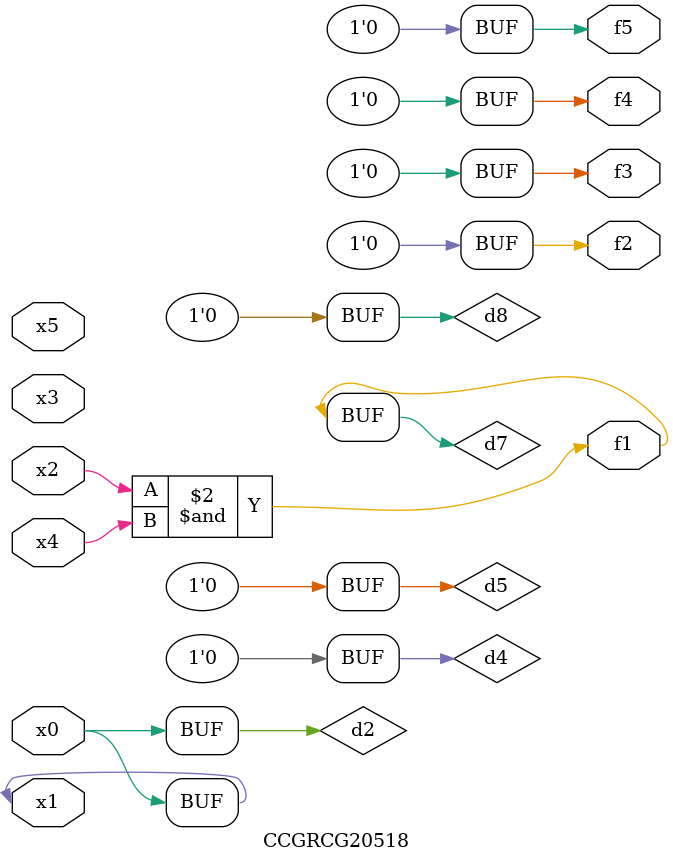
<source format=v>
module CCGRCG20518(
	input x0, x1, x2, x3, x4, x5,
	output f1, f2, f3, f4, f5
);

	wire d1, d2, d3, d4, d5, d6, d7, d8, d9;

	nand (d1, x1);
	buf (d2, x0, x1);
	nand (d3, x2, x4);
	and (d4, d1, d2);
	and (d5, d1, d2);
	nand (d6, d1, d3);
	not (d7, d3);
	xor (d8, d5);
	nor (d9, d5, d6);
	assign f1 = d7;
	assign f2 = d8;
	assign f3 = d8;
	assign f4 = d8;
	assign f5 = d8;
endmodule

</source>
